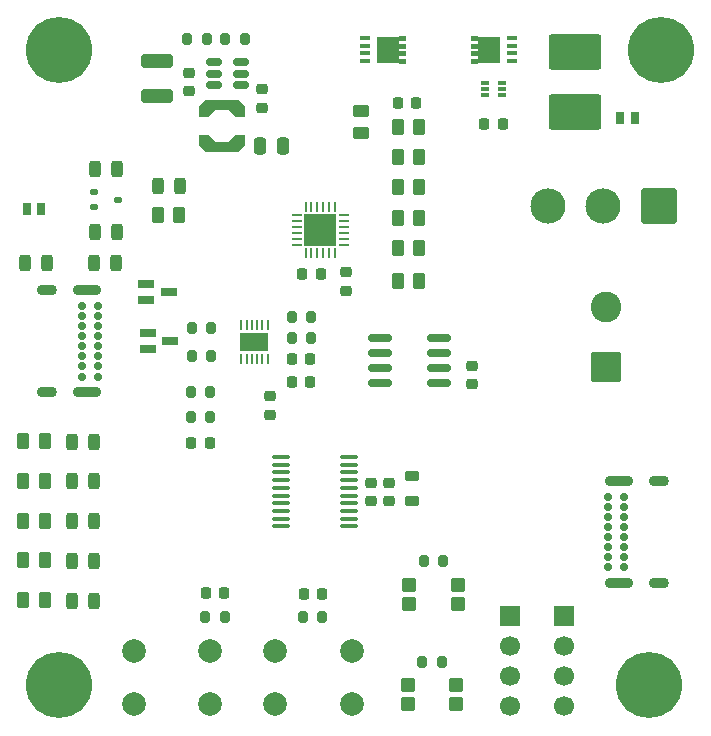
<source format=gbr>
%TF.GenerationSoftware,KiCad,Pcbnew,9.0.3*%
%TF.CreationDate,2025-07-28T19:21:27+02:00*%
%TF.ProjectId,USB_PD_JB,5553425f-5044-45f4-9a42-2e6b69636164,rev?*%
%TF.SameCoordinates,Original*%
%TF.FileFunction,Soldermask,Top*%
%TF.FilePolarity,Negative*%
%FSLAX46Y46*%
G04 Gerber Fmt 4.6, Leading zero omitted, Abs format (unit mm)*
G04 Created by KiCad (PCBNEW 9.0.3) date 2025-07-28 19:21:27*
%MOMM*%
%LPD*%
G01*
G04 APERTURE LIST*
G04 Aperture macros list*
%AMRoundRect*
0 Rectangle with rounded corners*
0 $1 Rounding radius*
0 $2 $3 $4 $5 $6 $7 $8 $9 X,Y pos of 4 corners*
0 Add a 4 corners polygon primitive as box body*
4,1,4,$2,$3,$4,$5,$6,$7,$8,$9,$2,$3,0*
0 Add four circle primitives for the rounded corners*
1,1,$1+$1,$2,$3*
1,1,$1+$1,$4,$5*
1,1,$1+$1,$6,$7*
1,1,$1+$1,$8,$9*
0 Add four rect primitives between the rounded corners*
20,1,$1+$1,$2,$3,$4,$5,0*
20,1,$1+$1,$4,$5,$6,$7,0*
20,1,$1+$1,$6,$7,$8,$9,0*
20,1,$1+$1,$8,$9,$2,$3,0*%
%AMFreePoly0*
4,1,21,1.545000,0.775000,0.925000,0.775000,0.925000,0.525000,1.545000,0.525000,1.545000,0.125000,0.925000,0.125000,0.925000,-0.125000,1.545000,-0.125000,1.545000,-0.525000,0.925000,-0.525000,0.925000,-0.775000,1.545000,-0.775000,1.545000,-1.175000,0.925000,-1.175000,0.925000,-1.125000,-0.925000,-1.125000,-0.925000,1.125000,0.925000,1.125000,0.925000,1.175000,1.545000,1.175000,
1.545000,0.775000,1.545000,0.775000,$1*%
%AMFreePoly1*
4,1,11,1.015000,1.170000,0.435000,0.575000,0.435000,-0.575000,1.015000,-1.170000,1.015000,-1.945000,0.125000,-1.945000,-0.435000,-1.395000,-0.435000,1.395000,0.125000,1.945000,1.015000,1.945000,1.015000,1.170000,1.015000,1.170000,$1*%
%AMFreePoly2*
4,1,11,0.435000,1.395000,0.435000,-1.395000,-0.125000,-1.945000,-1.015000,-1.945000,-1.015000,-1.170000,-0.435000,-0.575000,-0.435000,0.575000,-1.015000,1.170000,-1.015000,1.945000,-0.125000,1.945000,0.435000,1.395000,0.435000,1.395000,$1*%
G04 Aperture macros list end*
%ADD10RoundRect,0.087500X0.250000X0.087500X-0.250000X0.087500X-0.250000X-0.087500X0.250000X-0.087500X0*%
%ADD11C,2.000000*%
%ADD12RoundRect,0.225000X0.225000X0.250000X-0.225000X0.250000X-0.225000X-0.250000X0.225000X-0.250000X0*%
%ADD13RoundRect,0.225000X-0.225000X-0.250000X0.225000X-0.250000X0.225000X0.250000X-0.225000X0.250000X0*%
%ADD14RoundRect,0.200000X-0.200000X-0.275000X0.200000X-0.275000X0.200000X0.275000X-0.200000X0.275000X0*%
%ADD15RoundRect,0.243750X-0.243750X-0.456250X0.243750X-0.456250X0.243750X0.456250X-0.243750X0.456250X0*%
%ADD16RoundRect,0.102000X-0.275000X-0.400000X0.275000X-0.400000X0.275000X0.400000X-0.275000X0.400000X0*%
%ADD17RoundRect,0.088000X-0.629000X-0.264000X0.629000X-0.264000X0.629000X0.264000X-0.629000X0.264000X0*%
%ADD18RoundRect,0.150000X0.512500X0.150000X-0.512500X0.150000X-0.512500X-0.150000X0.512500X-0.150000X0*%
%ADD19RoundRect,0.102000X-0.450000X-0.500000X0.450000X-0.500000X0.450000X0.500000X-0.450000X0.500000X0*%
%ADD20RoundRect,0.225000X-0.250000X0.225000X-0.250000X-0.225000X0.250000X-0.225000X0.250000X0.225000X0*%
%ADD21C,3.600000*%
%ADD22C,5.600000*%
%ADD23RoundRect,0.250000X0.262500X0.450000X-0.262500X0.450000X-0.262500X-0.450000X0.262500X-0.450000X0*%
%ADD24R,1.700000X1.700000*%
%ADD25C,1.700000*%
%ADD26RoundRect,0.225000X0.250000X-0.225000X0.250000X0.225000X-0.250000X0.225000X-0.250000X-0.225000X0*%
%ADD27RoundRect,0.250000X-0.262500X-0.450000X0.262500X-0.450000X0.262500X0.450000X-0.262500X0.450000X0*%
%ADD28RoundRect,0.100000X-0.315000X-0.100000X0.315000X-0.100000X0.315000X0.100000X-0.315000X0.100000X0*%
%ADD29FreePoly0,0.000000*%
%ADD30RoundRect,0.243750X0.243750X0.456250X-0.243750X0.456250X-0.243750X-0.456250X0.243750X-0.456250X0*%
%ADD31FreePoly1,270.000000*%
%ADD32FreePoly2,270.000000*%
%ADD33RoundRect,0.150000X-0.825000X-0.150000X0.825000X-0.150000X0.825000X0.150000X-0.825000X0.150000X0*%
%ADD34RoundRect,0.250001X-1.974999X1.262499X-1.974999X-1.262499X1.974999X-1.262499X1.974999X1.262499X0*%
%ADD35RoundRect,0.100000X0.315000X0.100000X-0.315000X0.100000X-0.315000X-0.100000X0.315000X-0.100000X0*%
%ADD36FreePoly0,180.000000*%
%ADD37RoundRect,0.218750X-0.381250X0.218750X-0.381250X-0.218750X0.381250X-0.218750X0.381250X0.218750X0*%
%ADD38RoundRect,0.062500X0.062500X-0.362500X0.062500X0.362500X-0.062500X0.362500X-0.062500X-0.362500X0*%
%ADD39R,2.380000X1.650000*%
%ADD40RoundRect,0.250000X-1.100000X0.325000X-1.100000X-0.325000X1.100000X-0.325000X1.100000X0.325000X0*%
%ADD41C,0.700000*%
%ADD42O,2.400000X0.900000*%
%ADD43O,1.700000X0.900000*%
%ADD44RoundRect,0.102000X1.387500X1.387500X-1.387500X1.387500X-1.387500X-1.387500X1.387500X-1.387500X0*%
%ADD45C,2.979000*%
%ADD46RoundRect,0.250000X-0.450000X0.262500X-0.450000X-0.262500X0.450000X-0.262500X0.450000X0.262500X0*%
%ADD47RoundRect,0.112500X-0.237500X0.112500X-0.237500X-0.112500X0.237500X-0.112500X0.237500X0.112500X0*%
%ADD48RoundRect,0.250000X-0.250000X-0.475000X0.250000X-0.475000X0.250000X0.475000X-0.250000X0.475000X0*%
%ADD49RoundRect,0.100000X0.637500X0.100000X-0.637500X0.100000X-0.637500X-0.100000X0.637500X-0.100000X0*%
%ADD50RoundRect,0.062500X0.350000X0.062500X-0.350000X0.062500X-0.350000X-0.062500X0.350000X-0.062500X0*%
%ADD51RoundRect,0.062500X0.062500X0.350000X-0.062500X0.350000X-0.062500X-0.350000X0.062500X-0.350000X0*%
%ADD52R,2.700000X2.700000*%
%ADD53RoundRect,0.250000X1.050000X-1.050000X1.050000X1.050000X-1.050000X1.050000X-1.050000X-1.050000X0*%
%ADD54C,2.600000*%
G04 APERTURE END LIST*
D10*
%TO.C,U6*%
X158512500Y-80800000D03*
X158512500Y-80300000D03*
X158512500Y-79800000D03*
X157087500Y-79800000D03*
X157087500Y-80300000D03*
X157087500Y-80800000D03*
%TD*%
D11*
%TO.C,OK1*%
X139350000Y-127900000D03*
X145850000Y-127900000D03*
X139350000Y-132400000D03*
X145850000Y-132400000D03*
%TD*%
D12*
%TO.C,C3*%
X151275000Y-81500000D03*
X149725000Y-81500000D03*
%TD*%
D13*
%TO.C,C14*%
X140750000Y-105100000D03*
X142300000Y-105100000D03*
%TD*%
D14*
%TO.C,R23*%
X131900000Y-76100000D03*
X133550000Y-76100000D03*
%TD*%
D15*
%TO.C,C1*%
X118162500Y-95000000D03*
X120037500Y-95000000D03*
%TD*%
D16*
%TO.C,D2*%
X119525000Y-90500000D03*
X118275000Y-90500000D03*
%TD*%
D17*
%TO.C,D3*%
X128545000Y-101000000D03*
X128545000Y-102300000D03*
X130425000Y-101650000D03*
%TD*%
D18*
%TO.C,U4*%
X136412500Y-79949999D03*
X136412500Y-79000000D03*
X136412500Y-78050001D03*
X134137500Y-78050001D03*
X134137500Y-79000000D03*
X134137500Y-79949999D03*
%TD*%
D19*
%TO.C,RST1*%
X150575000Y-130750000D03*
X154675000Y-130750000D03*
X150575000Y-132350000D03*
X154675000Y-132350000D03*
%TD*%
D13*
%TO.C,C10*%
X141725000Y-123100000D03*
X143275000Y-123100000D03*
%TD*%
D20*
%TO.C,C13*%
X132025000Y-78925000D03*
X132025000Y-80475000D03*
%TD*%
D21*
%TO.C,H1*%
X121000000Y-77000000D03*
D22*
X121000000Y-77000000D03*
%TD*%
D23*
%TO.C,R25*%
X131212500Y-91000000D03*
X129387500Y-91000000D03*
%TD*%
D13*
%TO.C,C19*%
X132225000Y-110300000D03*
X133775000Y-110300000D03*
%TD*%
D11*
%TO.C,MENU1*%
X127350000Y-127900000D03*
X133850000Y-127900000D03*
X127350000Y-132400000D03*
X133850000Y-132400000D03*
%TD*%
D16*
%TO.C,D5*%
X169800000Y-82800000D03*
X168550000Y-82800000D03*
%TD*%
D24*
%TO.C,J5*%
X163800000Y-124900000D03*
D25*
X163800000Y-127440000D03*
X163800000Y-129979999D03*
X163800000Y-132520000D03*
%TD*%
D26*
%TO.C,C7*%
X149000000Y-115175000D03*
X149000000Y-113625000D03*
%TD*%
D27*
%TO.C,R16*%
X118000000Y-110100000D03*
X119825000Y-110100000D03*
%TD*%
D14*
%TO.C,R5*%
X140750000Y-101400000D03*
X142400000Y-101400000D03*
%TD*%
D27*
%TO.C,R19*%
X117975000Y-120225000D03*
X119800000Y-120225000D03*
%TD*%
D28*
%TO.C,Q1*%
X146900000Y-76000000D03*
X146900000Y-76650000D03*
X146900000Y-77300000D03*
X146900000Y-77950000D03*
D29*
X148840000Y-76975000D03*
%TD*%
D30*
%TO.C,D9*%
X123975001Y-120255000D03*
X122099999Y-120255000D03*
%TD*%
D14*
%TO.C,R27*%
X132175000Y-106000000D03*
X133825000Y-106000000D03*
%TD*%
D27*
%TO.C,R10*%
X149687500Y-83500000D03*
X151512500Y-83500000D03*
%TD*%
D31*
%TO.C,L1*%
X134800000Y-81700000D03*
D32*
X134800000Y-85230000D03*
%TD*%
D33*
%TO.C,U5*%
X148225000Y-101395000D03*
X148225000Y-102665000D03*
X148225000Y-103935000D03*
X148225000Y-105205000D03*
X153175000Y-105205000D03*
X153175000Y-103935000D03*
X153175000Y-102665000D03*
X153175000Y-101395000D03*
%TD*%
D20*
%TO.C,C4*%
X145300000Y-95825000D03*
X145300000Y-97375000D03*
%TD*%
D26*
%TO.C,C8*%
X147400000Y-115175000D03*
X147400000Y-113625000D03*
%TD*%
D13*
%TO.C,C9*%
X133450000Y-123000000D03*
X135000000Y-123000000D03*
%TD*%
%TO.C,C12*%
X140750000Y-103180000D03*
X142300000Y-103180000D03*
%TD*%
D27*
%TO.C,R6*%
X149687500Y-93800000D03*
X151512500Y-93800000D03*
%TD*%
%TO.C,R9*%
X149687500Y-88600000D03*
X151512500Y-88600000D03*
%TD*%
D19*
%TO.C,BOOT1*%
X150675000Y-122300000D03*
X154775000Y-122300000D03*
X150675000Y-123900000D03*
X154775000Y-123900000D03*
%TD*%
D14*
%TO.C,R24*%
X135100000Y-76100000D03*
X136750000Y-76100000D03*
%TD*%
D13*
%TO.C,C5*%
X141625000Y-96000000D03*
X143175000Y-96000000D03*
%TD*%
D34*
%TO.C,R26*%
X164700000Y-77187500D03*
X164700000Y-82212500D03*
%TD*%
D14*
%TO.C,R21*%
X132250000Y-100500000D03*
X133900000Y-100500000D03*
%TD*%
%TO.C,R12*%
X133425000Y-124975000D03*
X135075000Y-124975000D03*
%TD*%
D27*
%TO.C,R17*%
X118000000Y-113475000D03*
X119825000Y-113475000D03*
%TD*%
D21*
%TO.C,H3*%
X172000000Y-77000000D03*
D22*
X172000000Y-77000000D03*
%TD*%
D30*
%TO.C,D6*%
X123975001Y-110160000D03*
X122099999Y-110160000D03*
%TD*%
D27*
%TO.C,R7*%
X149687500Y-91200000D03*
X151512500Y-91200000D03*
%TD*%
D30*
%TO.C,D10*%
X123975001Y-123620000D03*
X122099999Y-123620000D03*
%TD*%
D35*
%TO.C,Q2*%
X159390000Y-77950000D03*
X159390000Y-77300000D03*
X159390000Y-76650000D03*
X159390000Y-76000000D03*
D36*
X157450000Y-76975000D03*
%TD*%
D30*
%TO.C,D8*%
X123975001Y-116890000D03*
X122099999Y-116890000D03*
%TD*%
D20*
%TO.C,C15*%
X138900000Y-106325000D03*
X138900000Y-107875000D03*
%TD*%
D37*
%TO.C,FB1*%
X150900000Y-113037500D03*
X150900000Y-115162500D03*
%TD*%
D38*
%TO.C,U3*%
X136450000Y-103160000D03*
X136900000Y-103160000D03*
X137350000Y-103160000D03*
X137800000Y-103160000D03*
X138250000Y-103160000D03*
X138700000Y-103160000D03*
X138700000Y-100260000D03*
X138250000Y-100260000D03*
X137800000Y-100260000D03*
X137350000Y-100260000D03*
X136900000Y-100260000D03*
X136450000Y-100260000D03*
D39*
X137575000Y-101710000D03*
%TD*%
D24*
%TO.C,J4*%
X159200000Y-124900000D03*
D25*
X159200000Y-127440000D03*
X159200000Y-129979999D03*
X159200000Y-132520000D03*
%TD*%
D30*
%TO.C,D7*%
X123975001Y-113525000D03*
X122099999Y-113525000D03*
%TD*%
D40*
%TO.C,C11*%
X129325000Y-77925000D03*
X129325000Y-80875000D03*
%TD*%
D15*
%TO.C,C2*%
X124050001Y-87082499D03*
X125925001Y-87082499D03*
%TD*%
D41*
%TO.C,J1*%
X124360000Y-98700000D03*
X124360000Y-99550000D03*
X124360000Y-100400001D03*
X124360000Y-101250000D03*
X124360000Y-102100000D03*
X124360000Y-102950000D03*
X124360000Y-103800001D03*
X124360000Y-104650000D03*
X123010000Y-104650000D03*
X123010000Y-103800000D03*
X123010000Y-102950000D03*
X123010000Y-102100000D03*
X123010000Y-101250000D03*
X123010000Y-100400000D03*
X123010000Y-99550000D03*
X123010000Y-98700000D03*
D42*
X123380000Y-97350000D03*
D43*
X120000000Y-97350000D03*
D42*
X123380000Y-106000000D03*
D43*
X120000000Y-106000000D03*
%TD*%
D26*
%TO.C,C18*%
X156000000Y-105275000D03*
X156000000Y-103725000D03*
%TD*%
D14*
%TO.C,R14*%
X151800000Y-128800000D03*
X153450000Y-128800000D03*
%TD*%
D44*
%TO.C,SW1*%
X171800000Y-90200000D03*
D45*
X167100000Y-90200000D03*
X162400000Y-90200000D03*
%TD*%
D23*
%TO.C,R11*%
X151512500Y-86100000D03*
X149687500Y-86100000D03*
%TD*%
D21*
%TO.C,H4*%
X171000000Y-130800000D03*
D22*
X171000000Y-130800000D03*
%TD*%
D14*
%TO.C,R15*%
X151900000Y-120300000D03*
X153550000Y-120300000D03*
%TD*%
D41*
%TO.C,J3*%
X167475000Y-120775000D03*
X167475000Y-119925000D03*
X167475000Y-119074999D03*
X167475000Y-118225000D03*
X167475000Y-117375000D03*
X167475000Y-116525000D03*
X167475000Y-115674999D03*
X167475000Y-114825000D03*
X168825000Y-114825000D03*
X168825000Y-115675000D03*
X168825000Y-116525000D03*
X168825000Y-117375000D03*
X168825000Y-118225000D03*
X168825000Y-119075000D03*
X168825000Y-119925000D03*
X168825000Y-120775000D03*
D42*
X168455000Y-122125000D03*
D43*
X171835000Y-122125000D03*
D42*
X168455000Y-113475000D03*
D43*
X171835000Y-113475000D03*
%TD*%
D14*
%TO.C,R13*%
X141675000Y-125000000D03*
X143325000Y-125000000D03*
%TD*%
D15*
%TO.C,R1*%
X124037501Y-92400000D03*
X125912503Y-92400000D03*
%TD*%
D17*
%TO.C,D1*%
X128420001Y-96850000D03*
X128420001Y-98150000D03*
X130300000Y-97500000D03*
%TD*%
D46*
%TO.C,R8*%
X146600000Y-82187500D03*
X146600000Y-84012500D03*
%TD*%
D21*
%TO.C,H2*%
X121000000Y-130800000D03*
D22*
X121000000Y-130800000D03*
%TD*%
D20*
%TO.C,C16*%
X138200000Y-80325000D03*
X138200000Y-81875000D03*
%TD*%
D27*
%TO.C,R18*%
X118000000Y-116850000D03*
X119825000Y-116850000D03*
%TD*%
%TO.C,R20*%
X117975000Y-123600000D03*
X119800000Y-123600000D03*
%TD*%
D47*
%TO.C,D4*%
X123987501Y-89032499D03*
X123987501Y-90332499D03*
X125987501Y-89682499D03*
%TD*%
D15*
%TO.C,D11*%
X129425000Y-88500000D03*
X131300000Y-88500000D03*
%TD*%
D14*
%TO.C,R22*%
X132250000Y-102900000D03*
X133900000Y-102900000D03*
%TD*%
D48*
%TO.C,C17*%
X138050000Y-85100000D03*
X139950000Y-85100000D03*
%TD*%
D49*
%TO.C,U2*%
X145562500Y-117325000D03*
X145562500Y-116675000D03*
X145562500Y-116025000D03*
X145562500Y-115375000D03*
X145562500Y-114725000D03*
X145562500Y-114075000D03*
X145562500Y-113425000D03*
X145562500Y-112775000D03*
X145562500Y-112125000D03*
X145562500Y-111475000D03*
X139837500Y-111475000D03*
X139837500Y-112125000D03*
X139837500Y-112775000D03*
X139837500Y-113425000D03*
X139837500Y-114075000D03*
X139837500Y-114725000D03*
X139837500Y-115375000D03*
X139837500Y-116025000D03*
X139837500Y-116675000D03*
X139837500Y-117325000D03*
%TD*%
D27*
%TO.C,R3*%
X149687500Y-96600000D03*
X151512500Y-96600000D03*
%TD*%
D15*
%TO.C,R2*%
X124000000Y-95000000D03*
X125875002Y-95000000D03*
%TD*%
D14*
%TO.C,R28*%
X132200000Y-108100000D03*
X133850000Y-108100000D03*
%TD*%
D50*
%TO.C,U1*%
X145112500Y-93487500D03*
X145112500Y-92987500D03*
X145112500Y-92487500D03*
X145112500Y-91987500D03*
X145112500Y-91487500D03*
X145112500Y-90987500D03*
D51*
X144400000Y-90275000D03*
X143900000Y-90275000D03*
X143400000Y-90275000D03*
X142900000Y-90275000D03*
X142400000Y-90275000D03*
X141900000Y-90275000D03*
D50*
X141187500Y-90987500D03*
X141187500Y-91487500D03*
X141187500Y-91987500D03*
X141187500Y-92487500D03*
X141187500Y-92987500D03*
X141187500Y-93487500D03*
D51*
X141900000Y-94200000D03*
X142400000Y-94200000D03*
X142900000Y-94200000D03*
X143400000Y-94200000D03*
X143900000Y-94200000D03*
X144400000Y-94200000D03*
D52*
X143150000Y-92237500D03*
%TD*%
D53*
%TO.C,J2*%
X167372500Y-103845001D03*
D54*
X167372500Y-98765002D03*
%TD*%
D12*
%TO.C,C6*%
X158575000Y-83300000D03*
X157025000Y-83300000D03*
%TD*%
D14*
%TO.C,R4*%
X140750000Y-99600000D03*
X142400000Y-99600000D03*
%TD*%
M02*

</source>
